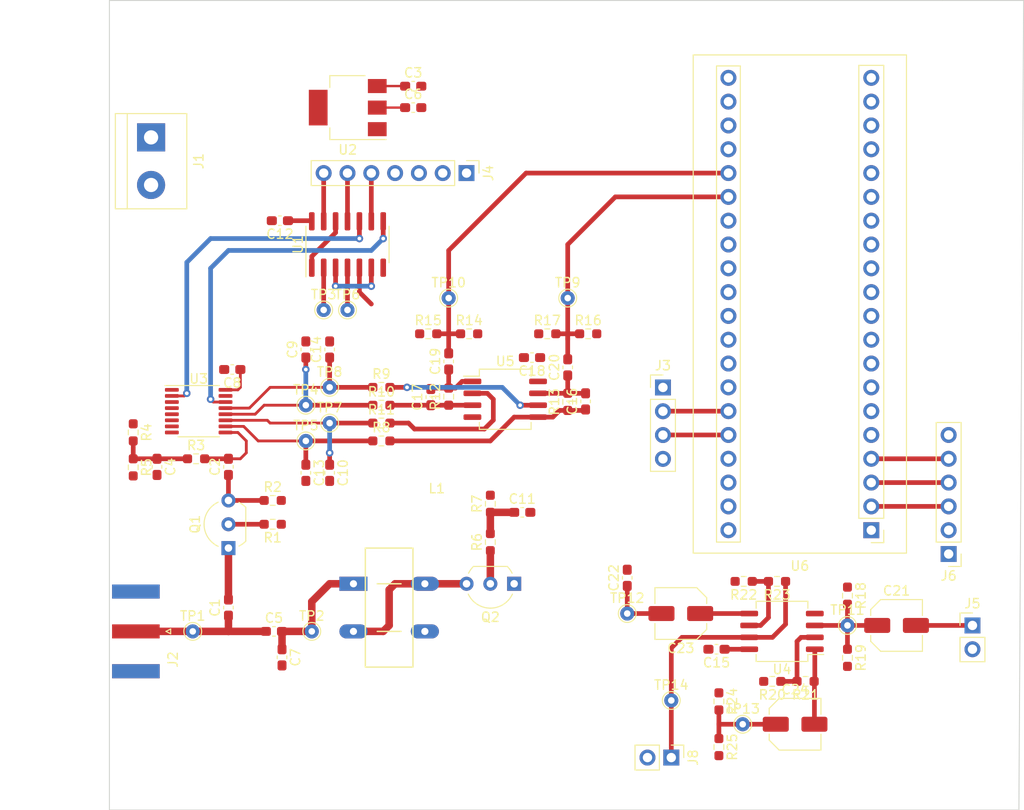
<source format=kicad_pcb>
(kicad_pcb (version 20211014) (generator pcbnew)

  (general
    (thickness 1.6)
  )

  (paper "A4")
  (layers
    (0 "F.Cu" signal)
    (31 "B.Cu" signal)
    (32 "B.Adhes" user "B.Adhesive")
    (33 "F.Adhes" user "F.Adhesive")
    (34 "B.Paste" user)
    (35 "F.Paste" user)
    (36 "B.SilkS" user "B.Silkscreen")
    (37 "F.SilkS" user "F.Silkscreen")
    (38 "B.Mask" user)
    (39 "F.Mask" user)
    (40 "Dwgs.User" user "User.Drawings")
    (41 "Cmts.User" user "User.Comments")
    (42 "Eco1.User" user "User.Eco1")
    (43 "Eco2.User" user "User.Eco2")
    (44 "Edge.Cuts" user)
    (45 "Margin" user)
    (46 "B.CrtYd" user "B.Courtyard")
    (47 "F.CrtYd" user "F.Courtyard")
    (48 "B.Fab" user)
    (49 "F.Fab" user)
    (50 "User.1" user)
    (51 "User.2" user)
    (52 "User.3" user)
    (53 "User.4" user)
    (54 "User.5" user)
    (55 "User.6" user)
    (56 "User.7" user)
    (57 "User.8" user)
    (58 "User.9" user)
  )

  (setup
    (stackup
      (layer "F.SilkS" (type "Top Silk Screen"))
      (layer "F.Paste" (type "Top Solder Paste"))
      (layer "F.Mask" (type "Top Solder Mask") (thickness 0.01))
      (layer "F.Cu" (type "copper") (thickness 0.035))
      (layer "dielectric 1" (type "core") (thickness 1.51) (material "FR4") (epsilon_r 4.5) (loss_tangent 0.02))
      (layer "B.Cu" (type "copper") (thickness 0.035))
      (layer "B.Mask" (type "Bottom Solder Mask") (thickness 0.01))
      (layer "B.Paste" (type "Bottom Solder Paste"))
      (layer "B.SilkS" (type "Bottom Silk Screen"))
      (copper_finish "None")
      (dielectric_constraints no)
    )
    (pad_to_mask_clearance 0)
    (pcbplotparams
      (layerselection 0x00010fc_ffffffff)
      (disableapertmacros false)
      (usegerberextensions false)
      (usegerberattributes true)
      (usegerberadvancedattributes true)
      (creategerberjobfile true)
      (svguseinch false)
      (svgprecision 6)
      (excludeedgelayer true)
      (plotframeref false)
      (viasonmask false)
      (mode 1)
      (useauxorigin false)
      (hpglpennumber 1)
      (hpglpenspeed 20)
      (hpglpendiameter 15.000000)
      (dxfpolygonmode true)
      (dxfimperialunits true)
      (dxfusepcbnewfont true)
      (psnegative false)
      (psa4output false)
      (plotreference true)
      (plotvalue true)
      (plotinvisibletext false)
      (sketchpadsonfab false)
      (subtractmaskfromsilk false)
      (outputformat 1)
      (mirror false)
      (drillshape 1)
      (scaleselection 1)
      (outputdirectory "")
    )
  )

  (net 0 "")
  (net 1 "Net-(C1-Pad2)")
  (net 2 "Net-(Q1-Pad2)")
  (net 3 "Net-(C2-Pad1)")
  (net 4 "GND")
  (net 5 "Net-(Q2-Pad2)")
  (net 6 "Net-(L1-Pad2)")
  (net 7 "RF")
  (net 8 "Net-(C5-Pad2)")
  (net 9 "Net-(C9-Pad1)")
  (net 10 "Net-(C13-Pad1)")
  (net 11 "Net-(R7-Pad2)")
  (net 12 "Net-(C10-Pad1)")
  (net 13 "Net-(C14-Pad1)")
  (net 14 "ADC_Q")
  (net 15 "ADC_I")
  (net 16 "Net-(C21-Pad1)")
  (net 17 "A_OUT")
  (net 18 "ADC_MIC")
  (net 19 "Net-(J8-Pad1)")
  (net 20 "CLK0")
  (net 21 "Net-(U1-Pad8)")
  (net 22 "CLK1")
  (net 23 "Net-(U1-Pad10)")
  (net 24 "BIAS_PWM")
  (net 25 "+5V")
  (net 26 "+12V")
  (net 27 "unconnected-(U3-Pad3)")
  (net 28 "unconnected-(U3-Pad4)")
  (net 29 "unconnected-(U3-Pad5)")
  (net 30 "unconnected-(U3-Pad6)")
  (net 31 "unconnected-(U3-Pad7)")
  (net 32 "Net-(C2-Pad2)")
  (net 33 "Net-(C24-Pad2)")
  (net 34 "Net-(R20-Pad1)")
  (net 35 "Net-(C23-Pad1)")
  (net 36 "Net-(R22-Pad1)")
  (net 37 "Net-(C17-Pad2)")
  (net 38 "Net-(R11-Pad2)")
  (net 39 "Net-(C17-Pad1)")
  (net 40 "SDA_PLL")
  (net 41 "SCL_PLL")
  (net 42 "RX_EN")
  (net 43 "unconnected-(U6-Pad7)")
  (net 44 "unconnected-(U6-Pad11)")
  (net 45 "unconnected-(U6-Pad12)")
  (net 46 "SDA_DISP")
  (net 47 "SCL_DISP")
  (net 48 "unconnected-(U6-Pad21)")
  (net 49 "unconnected-(U6-Pad22)")
  (net 50 "unconnected-(U6-Pad30)")
  (net 51 "+3.3V")
  (net 52 "unconnected-(U6-Pad37)")
  (net 53 "Net-(J6-Pad3)")
  (net 54 "Net-(C16-Pad1)")
  (net 55 "Net-(R9-Pad2)")
  (net 56 "Net-(C16-Pad2)")
  (net 57 "Net-(C4-Pad1)")
  (net 58 "Net-(C11-Pad1)")
  (net 59 "Net-(C21-Pad2)")
  (net 60 "CLK2")
  (net 61 "Net-(J6-Pad2)")
  (net 62 "Net-(J6-Pad4)")
  (net 63 "Net-(J6-Pad5)")
  (net 64 "unconnected-(U6-Pad5)")
  (net 65 "unconnected-(U6-Pad6)")
  (net 66 "unconnected-(U6-Pad34)")
  (net 67 "unconnected-(U6-Pad33)")
  (net 68 "unconnected-(U6-Pad8)")
  (net 69 "unconnected-(U6-Pad32)")
  (net 70 "unconnected-(U6-Pad9)")
  (net 71 "unconnected-(U6-Pad10)")
  (net 72 "unconnected-(U6-Pad28)")
  (net 73 "unconnected-(U6-Pad27)")
  (net 74 "unconnected-(U6-Pad24)")
  (net 75 "unconnected-(U6-Pad17)")
  (net 76 "unconnected-(U6-Pad23)")
  (net 77 "Net-(U1-Pad1)")
  (net 78 "Net-(U1-Pad3)")

  (footprint "Capacitor_SMD:C_0603_1608Metric_Pad1.08x0.95mm_HandSolder" (layer "F.Cu") (at 63.5 115.57 90))

  (footprint "TestPoint:TestPoint_THTPad_D1.5mm_Drill0.7mm" (layer "F.Cu") (at 118.364 128.016))

  (footprint "TestPoint:TestPoint_THTPad_D1.5mm_Drill0.7mm" (layer "F.Cu") (at 129.54 117.475))

  (footprint "Resistor_SMD:R_0603_1608Metric_Pad0.98x0.95mm_HandSolder" (layer "F.Cu") (at 79.815 92.075))

  (footprint "Capacitor_SMD:C_0603_1608Metric_Pad1.08x0.95mm_HandSolder" (layer "F.Cu") (at 69.215 120.8775 -90))

  (footprint "Resistor_SMD:R_0603_1608Metric_Pad0.98x0.95mm_HandSolder" (layer "F.Cu") (at 86.995 93.0675 90))

  (footprint "Resistor_SMD:R_0603_1608Metric_Pad0.98x0.95mm_HandSolder" (layer "F.Cu") (at 101.8775 86.36))

  (footprint "Resistor_SMD:R_0603_1608Metric_Pad0.98x0.95mm_HandSolder" (layer "F.Cu") (at 129.54 114.3 -90))

  (footprint "Connector_PinHeader_2.54mm:PinHeader_1x07_P2.54mm_Vertical" (layer "F.Cu") (at 88.9 69.215 -90))

  (footprint "Resistor_SMD:R_0603_1608Metric_Pad0.98x0.95mm_HandSolder" (layer "F.Cu") (at 68.2225 104.14))

  (footprint "Package_SO:SO-8_5.3x6.2mm_P1.27mm" (layer "F.Cu") (at 93.0275 93.345))

  (footprint "Connector_Coaxial:SMA_Amphenol_132289_EdgeMount" (layer "F.Cu") (at 53.6225 118.11 180))

  (footprint "TestPoint:TestPoint_THTPad_D1.5mm_Drill0.7mm" (layer "F.Cu") (at 74.295 95.885))

  (footprint "Capacitor_SMD:C_0603_1608Metric_Pad1.08x0.95mm_HandSolder" (layer "F.Cu") (at 115.57 120.015 180))

  (footprint "TestPoint:TestPoint_THTPad_D1.5mm_Drill0.7mm" (layer "F.Cu") (at 59.69 118.11))

  (footprint "Capacitor_SMD:C_0603_1608Metric_Pad1.08x0.95mm_HandSolder" (layer "F.Cu") (at 74.295 88.0375 90))

  (footprint "Package_TO_SOT_THT:TO-92_Inline_Wide" (layer "F.Cu") (at 93.98 113.03 180))

  (footprint "Resistor_SMD:R_0603_1608Metric_Pad0.98x0.95mm_HandSolder" (layer "F.Cu") (at 53.34 100.6075 -90))

  (footprint "Capacitor_SMD:C_0603_1608Metric_Pad1.08x0.95mm_HandSolder" (layer "F.Cu") (at 83.21 59.944))

  (footprint "Package_TO_SOT_THT:TO-92_Inline_Wide" (layer "F.Cu") (at 63.5 109.22 90))

  (footprint "Resistor_SMD:R_0603_1608Metric_Pad0.98x0.95mm_HandSolder" (layer "F.Cu") (at 79.815 97.79))

  (footprint "TestPoint:TestPoint_THTPad_D1.5mm_Drill0.7mm" (layer "F.Cu") (at 74.295 92.075))

  (footprint "Connector_PinHeader_2.54mm:PinHeader_1x06_P2.54mm_Vertical" (layer "F.Cu") (at 140.335 109.855 180))

  (footprint "TestPoint:TestPoint_THTPad_D1.5mm_Drill0.7mm" (layer "F.Cu") (at 76.2 83.82))

  (footprint "TestPoint:TestPoint_THTPad_D1.5mm_Drill0.7mm" (layer "F.Cu") (at 110.744 125.476))

  (footprint "Resistor_SMD:R_0603_1608Metric_Pad0.98x0.95mm_HandSolder" (layer "F.Cu") (at 115.824 130.4525 -90))

  (footprint "Capacitor_SMD:C_0603_1608Metric_Pad1.08x0.95mm_HandSolder" (layer "F.Cu") (at 63.5 100.5575 90))

  (footprint "Capacitor_SMD:C_0603_1608Metric_Pad1.08x0.95mm_HandSolder" (layer "F.Cu") (at 99.695 89.9425 90))

  (footprint "Resistor_SMD:R_0603_1608Metric_Pad0.98x0.95mm_HandSolder" (layer "F.Cu") (at 84.8125 86.36))

  (footprint "Resistor_SMD:R_0603_1608Metric_Pad0.98x0.95mm_HandSolder" (layer "F.Cu") (at 121.5155 123.444 180))

  (footprint "TestPoint:TestPoint_THTPad_D1.5mm_Drill0.7mm" (layer "F.Cu") (at 72.39 118.11))

  (footprint "TestPoint:TestPoint_THTPad_D1.5mm_Drill0.7mm" (layer "F.Cu") (at 86.995 82.55))

  (footprint "Resistor_SMD:R_0603_1608Metric_Pad0.98x0.95mm_HandSolder" (layer "F.Cu") (at 79.815 93.98))

  (footprint "Capacitor_SMD:C_0603_1608Metric_Pad1.08x0.95mm_HandSolder" (layer "F.Cu") (at 106.045 112.395 90))

  (footprint "Resistor_SMD:R_0603_1608Metric_Pad0.98x0.95mm_HandSolder" (layer "F.Cu") (at 122.0235 112.776 180))

  (footprint "Capacitor_SMD:C_0603_1608Metric_Pad1.08x0.95mm_HandSolder" (layer "F.Cu") (at 94.8425 105.41))

  (footprint "Capacitor_SMD:C_0603_1608Metric_Pad1.08x0.95mm_HandSolder" (layer "F.Cu") (at 71.755 101.1925 -90))

  (footprint "TestPoint:TestPoint_THTPad_D1.5mm_Drill0.7mm" (layer "F.Cu") (at 99.695 82.55))

  (footprint "Package_SO:SO-8_5.3x6.2mm_P1.27mm" (layer "F.Cu") (at 122.555 118.11 180))

  (footprint "Package_SO:TSSOP-16_4.4x5mm_P0.65mm" (layer "F.Cu") (at 60.325 94.615))

  (footprint "Connector_PinHeader_2.54mm:PinHeader_1x02_P2.54mm_Vertical" (layer "F.Cu") (at 110.744 131.572 -90))

  (footprint "Resistor_SMD:R_0603_1608Metric_Pad0.98x0.95mm_HandSolder" (layer "F.Cu") (at 97.5125 86.36))

  (footprint "Capacitor_SMD:C_0603_1608Metric_Pad1.08x0.95mm_HandSolder" (layer "F.Cu") (at 83.21 62.23))

  (footprint "Resistor_SMD:R_0603_1608Metric_Pad0.98x0.95mm_HandSolder" (layer "F.Cu") (at 125.0715 123.444 180))

  (footprint "Capacitor_SMD:C_Elec_5x5.8" (layer "F.Cu") (at 134.7775 117.475))

  (footprint "Resistor_SMD:R_0603_1608Metric_Pad0.98x0.95mm_HandSolder" (layer "F.Cu") (at 89.1775 86.36))

  (footprint "Package_TO_SOT_SMD:SOT-223-3_TabPin2" (layer "F.Cu") (at 76.225 62.23 180))

  (footprint "Resistor_SMD:R_0603_1608Metric_Pad0.98x0.95mm_HandSolder" (layer "F.Cu") (at 60.0475 99.695))

  (footprint "TestPoint:TestPoint_THTPad_D1.5mm_Drill0.7mm" (layer "F.Cu") (at 73.66 83.82))

  (footprint "Resistor_SMD:R_0603_1608Metric_Pad0.98x0.95mm_HandSolder" (layer "F.Cu") (at 118.4675 112.776 180))

  (footprint "Capacitor_SMD:C_0603_1608Metric_Pad1.08x0.95mm_HandSolder" (layer "F.Cu") (at 55.88 100.5575 -90))

  (footprint "Resistor_SMD:R_0603_1608Metric_Pad0.98x0.95mm_HandSolder" (layer "F.Cu") (at 91.44 104.4975 90))

  (footprint "Resistor_SMD:R_0603_1608Metric_Pad0.98x0.95mm_HandSolder" (layer "F.Cu") (at 115.824 125.5795 -90))

  (footprint "TerminalBlock:TerminalBlock_bornier-2_P5.08mm" (layer "F.Cu") (at 55.245 65.405 -90))

  (footprint "Resistor_SMD:R_0603_1608Metric_Pad0.98x0.95mm_HandSolder" (layer "F.Cu") (at 129.54 120.9275 -90))

  (footprint "Connector_PinHeader_2.54mm:PinHeader_1x04_P2.54mm_Vertical" (layer "F.Cu") (at 109.855 92.085))

  (footprint "Resistor_SMD:R_0603_1608Metric_Pad0.98x0.95mm_HandSolder" (layer "F.Cu") (at 99.695 93.6225 90))

  (footprint "misc:transformer_bifilar" (layer "F.Cu") (at 80.645 115.57))

  (footprint "Capacitor_SMD:C_Elec_5x5.8" (layer "F.Cu") (at 111.76 116.205 180))

  (footprint "Resistor_SMD:R_0603_1608Metric_Pad0.98x0.95mm_HandSolder" (layer "F.Cu") (at 53.34 96.8775 -90))

  (footprint "Capacitor_SMD:C_0603_1608Metric_Pad1.08x0.95mm_HandSolder" (layer "F.Cu") (at 85.09 93.1175 90))

  (footprint "Capacitor_SMD:C_0603_1608Metric_Pad1.08x0.95mm_HandSolder" (layer "F.Cu") (at 68.9875 74.295 180))

  (footprint "misc:YAAJ_BluePill_2" (layer "F.Cu")
    (tedit 5F81AE11) (tstamp ca3e6fa0-782b-4215-8bd1-03fbae335130)
    (at 132.08 107.315 180)
    (descr "Through hole headers for BluePill module. No SWD breakout. Fancy silkscreen.")
    (tags "module BlluePill Blue Pill header SWD breakout")
    (property "Sheetfile" "fartrx.kicad_sch")
    (property "Sheetname" "")
    (path "/7adaa88d-df55-4493-b328-098067816dd2")
    (attr through_hole)
    (fp_text reference "U6" (at 7.62 -3.81) (layer "F.SilkS")
      (effects (font (size 1 1) (thickness 0.15)))
      (tstamp bd914e52-ac64-4c50-b8e8-fe5656988404)
    )
    (fp_text value "YAAJ_BluePill" (at 20.32 24.765 90) (layer "F.Fab") hide
      (effects (font (size 1 1) (thickness 0.15)))
      (tstamp 00877895-49a6-4425-bd58-61d8b2b0408d)
    )
    (fp_text user "Y@@J" (at 2.921 -1.016 270 unlocked) (layer "Dwgs.User")
      (effects (font (size 0.5 0.5) (thickness 0.1)))
      (tstamp e1643047-e41b-4ec9-9e08-e38cbf1479f7)
    )
    (fp_text user "REF**" (at 7.62 24.13 90) (layer "F.Fab")
      (effects (font (size 1 1) (thickness 0.15)))
      (tstamp 3c66d7c2-76af-40ce-bc7a-70e877f333c8)
    )
    (fp_line (start 1.33 1.27) (end 1.33 49.59) (layer "F.SilkS") (width 0.12) (tstamp 03c3da2f-f65f-4780-812c-5983ca602ca5))
    (fp_line (start -1.33 1.27) (end 1.33 1.27) (layer "F.SilkS") (width 0.12) (tstamp 1426d9a7-934b-4f20-9312-45b265655e3b))
    (fp_line (start 13.97 -1.27) (end 16.51 -1.27) (layer "F.SilkS") (width 0.12) (tstamp 3bc4614d-b75a-414e-af2e-f1d8dc0f222a))
    (fp_line (start -1.33 -1.33) (end 0 -1.33) (layer "F.SilkS") (width 0.12) (tstamp 90d109e6-1740-4f81-b488-8fb00e3c10bb))
    (fp_line (start 18.995 -2.445) (end 18.995 50.705) (layer "F.SilkS") (width 0.12) (tstamp 90e96106-f273-48ac-8701-a161e6705533))
    (fp_line (start 16.51 49.53) (end 13.97 49.53) (layer "F.SilkS") (width 0.12) (tstamp 9498ec38-005a-4bc5-8a6e-9e0e96a75bbe))
    (fp_line (start -1.33 49.59) (end -1.33 1.27) (layer "F.SilkS") (width 0.12) (tstamp b2913903-3dd7-4c23-9981-caab898a96fe))
    (fp_line (start 13.97 49.53) (end 13.97 -1.27) (layer "F.SilkS") (width 0.12) (tstamp b2ce6c30-87ea-4de9-b724-185af3145b4f))
    (fp_line (start 18.995 50.705) (end -3.755 50.705) (layer "F.SilkS") (width 0.12) (tstamp c83a98c7-0b14-4e21-aa27-29116161f872))
    (fp_line (start -3.755 50.705) (end -3.755 -2.445) (layer "F.SilkS") (width 0.12) (tstamp cef9930b-c0f8-4578-958d-3a0ef78b9be2))
    (fp_line (start 1.33 49.59) (end -1.33 49.59) (layer "F.SilkS") (width 0.12) (tstamp e459f3fe-cc60-4258-96b2-92a64cc2d73f))
    (fp_line (start -3.755 -2.445) (end 18.995 -2.445) (layer "F.SilkS") (width 0.12) (tstamp ea69a46c-f9db-4474-b1aa-990057c16f7b))
    (fp_line (start -1.33 0) (end -1.33 -1.33) (layer "F.SilkS") (width 0.12) (tstamp eb960089-2bd8-4bae-b911-d9a752ee4245))
    (fp_line (start 16.51 -1.27) (end 16.51 49.53) (layer "F.SilkS") (width 0.12) (tstamp f464eba5-c393-4b98-91a0-771e47d8dff6))
    (fp_line (start 17.04 50.06) (end 13.44 50.06) (layer "F.CrtYd") (width 0.05) (tstamp 025272cf-fb4a-4886-a5f8-510ca87fe8a7))
    (fp_line (start -3.93 -2.62) (end 19.17 -2.62) (layer "F.CrtYd") (width 0.05) (tstamp 049ba09e-900d-4b06-bc43-08ca032ad5eb))
    (fp_line (start 13.44 -1.8) (end 13.44 45.72) (layer "F.CrtYd") (width 0.05) (tstamp 2b0c6f2f-134d-44c0-a0a9-08568ec8c51f))
    (fp_line (start -3.93 50.88) (end -3.93 -2.62) (layer "F.CrtYd") (width 0.05) (tstamp 36c8134e-19b8-4bec-b799-554b3e3aff9f))
    (fp_line (start 13.44 -1.8) (end 17.04 -1.8) (layer "F.CrtYd") (width 0.05) (tstamp 49010942-4c47-4a78-837b-8199ebb9b2b8))
    (fp_line (start 17.04 -1.8) (end 17.04 50.06) (layer "F.CrtYd") (width 0.05) (tstamp 5d39283e-3f66-49d9-8ab7-2fc8508ecf6c))
    (fp_line (start 1.8 45.72) (end 1.8 50.06) (layer "F.CrtYd") (width 0.05) (tstamp 5f3b2e73-8a64-42a1-a508-b7994b7ca2e9))
    (fp_line (start 1.8 -1.8) (end -1.8 -1.8) (layer "F.CrtYd") (width 0.05) (tstamp 661c1c9d-f3aa-475c-96b6-4af84256ec46))
    (fp_line (start 19.17 -2.62) (end 19.17 50.88) (layer "F.CrtYd") (width 0.05) (tstamp 6efd1061-063e-49f4-825e-3eb4fd0a0828))
    (fp_line (start -1.8 -1.8) (end -1.8 50.06) (layer "F.CrtYd") (width 0.05) (tstamp 79643167-c2fa-4785-8203-d86754569cee))
    (fp_line (start -1.8 50.06) (end 1.8 50.06) (layer "F.CrtYd") (width 0.05) (tstamp 8ac70570-98ce-4dc5-9907-812f18964cca))
    (fp_line (start 1.8 -1.8) (end 1.8 45.72) (layer "F.CrtYd") (width 0.05) (tstamp 94e15bcc-abe3-44bd-9702-983304d05067))
    (fp_line (start 19.17 50.88) (end -3.93 50.88) (layer "F.CrtYd") (width 0.05) (tstamp ac614fdc-8377-4414-b7f1-79ef33ad4bee))
    (fp_line (start 13.44 45.72) (end 13.44 50.06) (layer "F.CrtYd") (width 0.05) (tstamp fbfa9879-c417-40fe-ba9f-52a676c073c0))
    (fp_line (start 18.92 -2.37) (end 18.92 50.63) (layer "F.Fab") (width 0.12) (tstamp 087c5375-4143-4d8c-8725-6f75c356fa27))
    (fp_line (start 1.27 49.53) (end -1.27 49.53) (layer "F.Fab") (width 0.1) (tstamp 164335ed-0d95-45ce-9f60-6db293b67b1f))
    (fp_line (start -3.68 50.63) (end -3.68 -2.32) (layer "F.Fab") (width 0.12) (tstamp 3492c177-dd65-4dda-a611-c77c30c48b04))
    (fp_line (start 16.51 49.53) (end 13.97 49.53) (layer "F.Fab") (width 0.1) (tstamp 4b0afc34-525c-4fea-9ac3-0df5d3d28d00))
    (fp_line (start 13.97 -1.27) (end 16.51 -1.27) (layer "F.Fab") (width 0.1) (tstamp 5d44a06a-8cab-4848-9102-bf39ce7b7fa0))
    (fp_line (start 13.97 49.53) (end 13.97 -1.27) (layer "F.Fab") (width 0.1) (tstamp 6a366248-4e77-401c-bb75-842ff47d5dc1))
    (fp_line (start 11.52 3.48) (end 11.52 -2.32) (layer "F.Fab") (width 0.1) (tstamp 6c08332b-c463-4e52-975b-6cdfbf9b814c))
    (fp_line (start -1.27 49.53) (end -1.27 -0.635) (layer "F.Fab") (width 0.1) (tstamp 859cc295-a399-43ab-bdcc-31666f2a4c02))
    (fp_line (start 1.27 -1.27) (end 1.27 49.53) (layer "F.Fab") (width 0.1) (tstamp 94306e2c-903d-44a3-8dbe-8a9240bab91f))
    (fp_line (start -3.68 50.63) (end 18.92 50.63) (layer "F.Fab") (width 0
... [85191 chars truncated]
</source>
